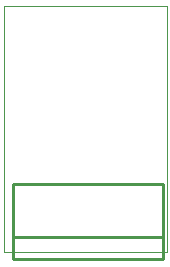
<source format=gbo>
G75*
%MOIN*%
%OFA0B0*%
%FSLAX24Y24*%
%IPPOS*%
%LPD*%
%AMOC8*
5,1,8,0,0,1.08239X$1,22.5*
%
%ADD10C,0.0000*%
%ADD11C,0.0100*%
D10*
X000667Y001133D02*
X000667Y009328D01*
X006084Y009328D01*
X006084Y001133D01*
X000667Y001133D01*
D11*
X000967Y000883D02*
X000967Y001633D01*
X005967Y001633D01*
X005967Y003383D01*
X000967Y003383D01*
X000967Y001633D01*
X000967Y000883D02*
X005967Y000883D01*
X005967Y001633D01*
M02*

</source>
